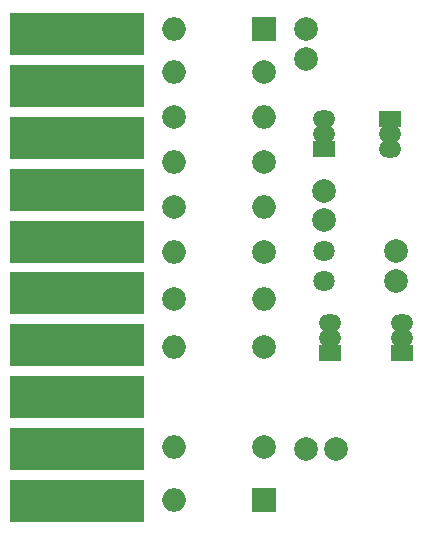
<source format=gbs>
G04 #@! TF.GenerationSoftware,KiCad,Pcbnew,(2017-12-21 revision 23d71cfa9)-makepkg*
G04 #@! TF.CreationDate,2018-06-03T17:46:53-04:00*
G04 #@! TF.ProjectId,OdysseyDaughterCardSpotGenerator,4F647973736579446175676874657243,0.1*
G04 #@! TF.SameCoordinates,Original*
G04 #@! TF.FileFunction,Soldermask,Bot*
G04 #@! TF.FilePolarity,Negative*
%FSLAX46Y46*%
G04 Gerber Fmt 4.6, Leading zero omitted, Abs format (unit mm)*
G04 Created by KiCad (PCBNEW (2017-12-21 revision 23d71cfa9)-makepkg) date 06/03/18 17:46:53*
%MOMM*%
%LPD*%
G01*
G04 APERTURE LIST*
%ADD10R,11.400000X3.650000*%
%ADD11C,2.000000*%
%ADD12C,1.800000*%
%ADD13O,2.000000X2.000000*%
%ADD14R,2.000000X2.000000*%
%ADD15R,1.900000X1.450000*%
%ADD16O,1.900000X1.450000*%
G04 APERTURE END LIST*
D10*
X129000000Y-81250000D03*
X129000000Y-85638888D03*
X129000000Y-90027776D03*
X129000000Y-94416664D03*
X129000000Y-98805552D03*
X129000000Y-103194440D03*
X129000000Y-107583328D03*
X129000000Y-111972216D03*
X129000000Y-116361104D03*
X129000000Y-120749992D03*
D11*
X148336000Y-83312000D03*
X148336000Y-80812000D03*
X155956000Y-99608000D03*
X155956000Y-102108000D03*
D12*
X149860000Y-102108000D03*
X149860000Y-99608000D03*
D11*
X149860000Y-94488000D03*
X149860000Y-96988000D03*
X148376000Y-116332000D03*
X150876000Y-116332000D03*
D13*
X137160000Y-80772000D03*
D14*
X144780000Y-80772000D03*
X144780000Y-120650000D03*
D13*
X137160000Y-120650000D03*
D15*
X155448000Y-88392000D03*
D16*
X155448000Y-90932000D03*
X155448000Y-89662000D03*
X156464000Y-106934000D03*
X156464000Y-105664000D03*
D15*
X156464000Y-108204000D03*
D16*
X149860000Y-89662000D03*
X149860000Y-88392000D03*
D15*
X149860000Y-90932000D03*
X150368000Y-108204000D03*
D16*
X150368000Y-105664000D03*
X150368000Y-106934000D03*
D11*
X144780000Y-84455000D03*
D13*
X137160000Y-84455000D03*
X144780000Y-95885000D03*
D11*
X137160000Y-95885000D03*
D13*
X144780000Y-88265000D03*
D11*
X137160000Y-88265000D03*
X137160000Y-103632000D03*
D13*
X144780000Y-103632000D03*
X137160000Y-107696000D03*
D11*
X144780000Y-107696000D03*
X144780000Y-99695000D03*
D13*
X137160000Y-99695000D03*
D11*
X144780000Y-92075000D03*
D13*
X137160000Y-92075000D03*
X137160000Y-116205000D03*
D11*
X144780000Y-116205000D03*
M02*

</source>
